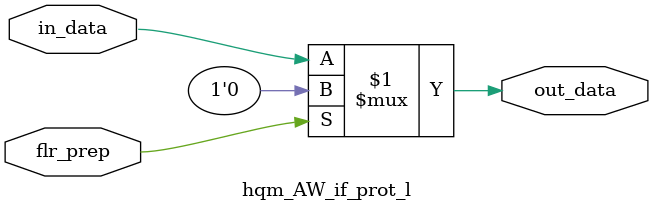
<source format=sv>
module hqm_AW_if_prot_l (

  input  logic                              flr_prep

, input  logic                              in_data
, output logic                              out_data
) ;

assign out_data = flr_prep ? '0 : in_data ;

endmodule

</source>
